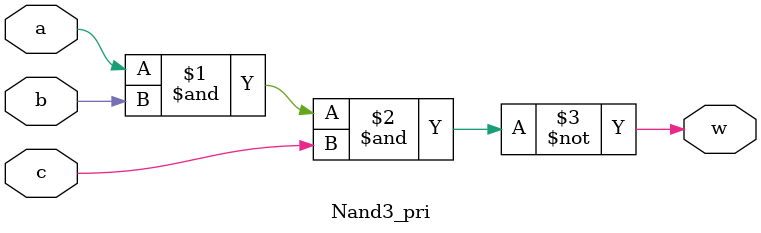
<source format=v>
`timescale 1ns/1ns
module Nand2_pri(input a,b , output w);
    nand #(8,10) (w,a,b);
endmodule

module Nand3_pri(input a,b,c , output w);
    nand #(12,15) (w,a,b,c);
endmodule



</source>
